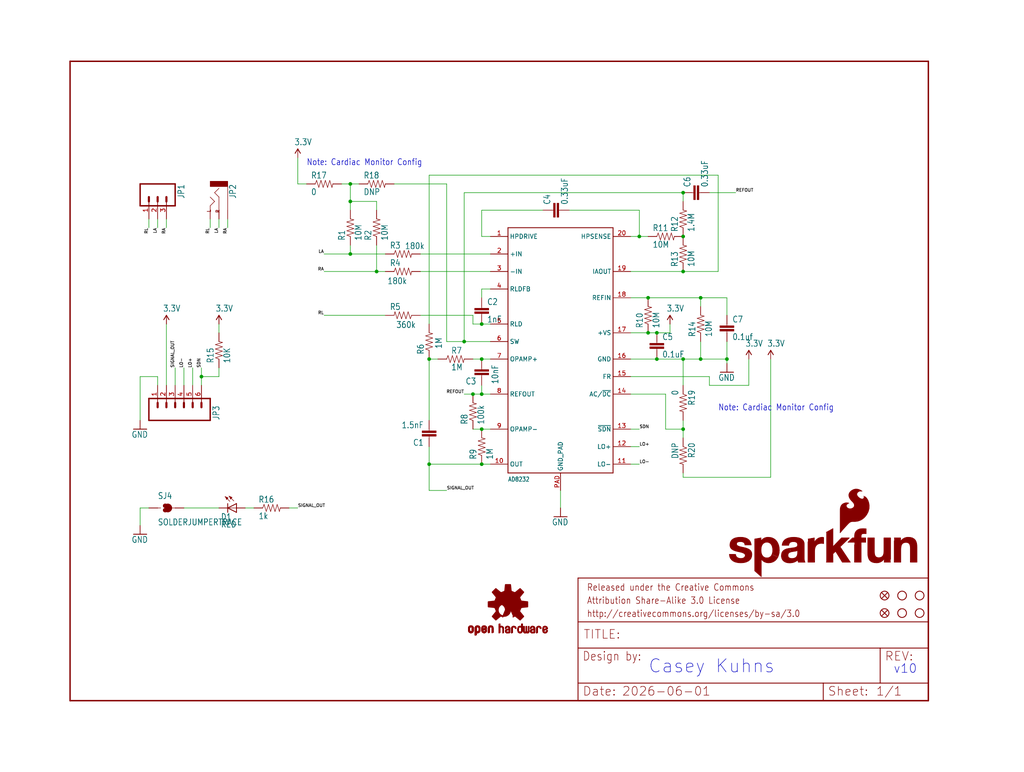
<source format=kicad_sch>
(kicad_sch (version 20230121) (generator eeschema)
  (paper "User" 297.002 223.926)
  (lib_symbols
    (symbol "working-eagle-import:0OHM1/10W5%(0603)"
      (property "Reference" "R" (at -3.81 1.4986 0))
      (symbol "0OHM1/10W5%(0603)_1_0"
        (pin passive line (at -5.08 0 0) (length 2.54) (name "1") (number "1"))
        (pin passive line (at 5.08 0 180) (length 2.54) (name "2") (number "2"))
      )
    )
    (symbol "working-eagle-import:10KOHM1/10W1%(0603)0603"
      (property "Reference" "R" (at -3.81 1.4986 0))
      (symbol "10KOHM1/10W1%(0603)0603_1_0"
        (pin passive line (at -5.08 0 0) (length 2.54) (name "1") (number "1"))
        (pin passive line (at 5.08 0 180) (length 2.54) (name "2") (number "2"))
      )
    )
    (symbol "working-eagle-import:1K-1%"
      (property "Reference" "R" (at -3.81 1.4986 0))
      (symbol "1K-1%_1_0"
        (pin passive line (at -5.08 0 0) (length 2.54) (name "1") (number "1"))
        (pin passive line (at 5.08 0 180) (length 2.54) (name "2") (number "2"))
      )
    )
    (symbol "working-eagle-import:3.3V" (power)
      (property "Value" "3.3V" (at -1.016 3.556 0))
      (symbol "3.3V_1_0"
        (pin power_in line (at 0 0 90) (length 2.54) (name "3.3V") (number "1"))
      )
    )
    (symbol "working-eagle-import:AD8232"
      (symbol "AD8232_1_0"
        (pin bidirectional line (at -20.32 40.64 0) (length 5.08) (name "HPDRIVE") (number "1"))
        (pin bidirectional line (at -20.32 -25.4 0) (length 5.08) (name "OUT") (number "10"))
        (pin bidirectional line (at 20.32 -25.4 180) (length 5.08) (name "LO-") (number "11"))
        (pin bidirectional line (at 20.32 -20.32 180) (length 5.08) (name "LO+") (number "12"))
        (pin bidirectional line (at 20.32 -15.24 180) (length 5.08) (name "~{SDN}") (number "13"))
        (pin bidirectional line (at 20.32 -5.08 180) (length 5.08) (name "AC/~{DC}") (number "14"))
        (pin bidirectional line (at 20.32 0 180) (length 5.08) (name "FR") (number "15"))
        (pin bidirectional line (at 20.32 5.08 180) (length 5.08) (name "GND") (number "16"))
        (pin bidirectional line (at 20.32 12.7 180) (length 5.08) (name "+VS") (number "17"))
        (pin bidirectional line (at 20.32 22.86 180) (length 5.08) (name "REFIN") (number "18"))
        (pin bidirectional line (at 20.32 30.48 180) (length 5.08) (name "IAOUT") (number "19"))
        (pin bidirectional line (at -20.32 35.56 0) (length 5.08) (name "+IN") (number "2"))
        (pin bidirectional line (at 20.32 40.64 180) (length 5.08) (name "HPSENSE") (number "20"))
        (pin bidirectional line (at -20.32 30.48 0) (length 5.08) (name "-IN") (number "3"))
        (pin bidirectional line (at -20.32 25.4 0) (length 5.08) (name "RLDFB") (number "4"))
        (pin bidirectional line (at -20.32 15.24 0) (length 5.08) (name "RLD") (number "5"))
        (pin bidirectional line (at -20.32 10.16 0) (length 5.08) (name "SW") (number "6"))
        (pin bidirectional line (at -20.32 5.08 0) (length 5.08) (name "OPAMP+") (number "7"))
        (pin bidirectional line (at -20.32 -5.08 0) (length 5.08) (name "REFOUT") (number "8"))
        (pin bidirectional line (at -20.32 -15.24 0) (length 5.08) (name "OPAMP-") (number "9"))
        (pin bidirectional line (at 0 -33.02 90) (length 5.08) (name "GND_PAD") (number "PAD"))
      )
    )
    (symbol "working-eagle-import:AUDIO-JACKSMD2"
      (property "Reference" "JP" (at -5.08 3.048 0))
      (symbol "AUDIO-JACKSMD2_1_0"
        (text "L" (at 2.286 -2.286 0) (effects (font (size 1.016 0.8636) (thickness 0.1727) bold) (justify left bottom)))
        (text "R" (at 2.286 0.254 0) (effects (font (size 1.016 0.8636) (thickness 0.1727) bold) (justify left bottom)))
        (pin bidirectional line (at 5.08 0 180) (length 2.54) (name "RIGHT") (number "RING"))
        (pin bidirectional line (at 5.08 2.54 180) (length 2.54) (name "SLEEVE") (number "SLEEVE"))
        (pin bidirectional line (at 5.08 -2.54 180) (length 2.54) (name "LEFT") (number "TIP"))
      )
    )
    (symbol "working-eagle-import:CAP0603-CAP"
      (property "Reference" "C" (at 1.524 2.921 0))
      (symbol "CAP0603-CAP_1_0"
        (pin passive line (at 0 5.08 270) (length 2.54) (name "1") (number "1"))
        (pin passive line (at 0 -2.54 90) (length 2.54) (name "2") (number "2"))
      )
    )
    (symbol "working-eagle-import:CAP0805"
      (property "Reference" "C" (at 1.524 2.921 0))
      (symbol "CAP0805_1_0"
        (pin passive line (at 0 5.08 270) (length 2.54) (name "1") (number "1"))
        (pin passive line (at 0 -2.54 90) (length 2.54) (name "2") (number "2"))
      )
    )
    (symbol "working-eagle-import:FIDUCIAL1X2")
    (symbol "working-eagle-import:FRAME-LETTER"
      (symbol "FRAME-LETTER_2_0"
        (text "${#}/${##}" (at 86.36 1.27 0) (effects (font (size 2.54 2.54)) (justify left bottom)))
        (text "${CURRENT_DATE}" (at 12.7 1.27 0) (effects (font (size 2.54 2.54)) (justify left bottom)))
        (text "${PROJECTNAME}" (at 15.494 17.78 0) (effects (font (size 2.7432 2.7432)) (justify left bottom)))
        (text "Attribution Share-Alike 3.0 License" (at 2.54 27.94 0) (effects (font (size 1.9304 1.6408)) (justify left bottom)))
        (text "Date:" (at 1.27 1.27 0) (effects (font (size 2.54 2.54)) (justify left bottom)))
        (text "Design by:" (at 1.27 11.43 0) (effects (font (size 2.54 2.159)) (justify left bottom)))
        (text "http://creativecommons.org/licenses/by-sa/3.0" (at 2.54 24.13 0) (effects (font (size 1.9304 1.6408)) (justify left bottom)))
        (text "Released under the Creative Commons" (at 2.54 31.75 0) (effects (font (size 1.9304 1.6408)) (justify left bottom)))
        (text "REV:" (at 88.9 11.43 0) (effects (font (size 2.54 2.54)) (justify left bottom)))
        (text "Sheet:" (at 72.39 1.27 0) (effects (font (size 2.54 2.54)) (justify left bottom)))
        (text "TITLE:" (at 1.524 17.78 0) (effects (font (size 2.54 2.54)) (justify left bottom)))
      )
    )
    (symbol "working-eagle-import:GND" (power)
      (property "Value" "GND" (at -2.54 -2.54 0))
      (symbol "GND_1_0"
        (pin power_in line (at 0 2.54 270) (length 2.54) (name "GND") (number "1"))
      )
    )
    (symbol "working-eagle-import:LED-RED0603"
      (property "Reference" "D" (at 3.556 -4.572 90))
      (symbol "LED-RED0603_1_0"
        (pin passive line (at 0 2.54 270) (length 2.54) (name "A") (number "A"))
        (pin passive line (at 0 -5.08 90) (length 2.54) (name "C") (number "C"))
      )
    )
    (symbol "working-eagle-import:M03PTH"
      (property "Reference" "JP" (at -2.54 5.842 0))
      (symbol "M03PTH_1_0"
        (pin passive line (at 7.62 -2.54 180) (length 5.08) (name "1") (number "1"))
        (pin passive line (at 7.62 0 180) (length 5.08) (name "2") (number "2"))
        (pin passive line (at 7.62 2.54 180) (length 5.08) (name "3") (number "3"))
      )
    )
    (symbol "working-eagle-import:M06SIP"
      (property "Reference" "JP" (at -5.08 10.922 0))
      (symbol "M06SIP_1_0"
        (pin passive line (at 5.08 -5.08 180) (length 5.08) (name "1") (number "1"))
        (pin passive line (at 5.08 -2.54 180) (length 5.08) (name "2") (number "2"))
        (pin passive line (at 5.08 0 180) (length 5.08) (name "3") (number "3"))
        (pin passive line (at 5.08 2.54 180) (length 5.08) (name "4") (number "4"))
        (pin passive line (at 5.08 5.08 180) (length 5.08) (name "5") (number "5"))
        (pin passive line (at 5.08 7.62 180) (length 5.08) (name "6") (number "6"))
      )
    )
    (symbol "working-eagle-import:OSHW-LOGOS")
    (symbol "working-eagle-import:RESISTOR0603-RES"
      (property "Reference" "R" (at -3.81 1.4986 0))
      (symbol "RESISTOR0603-RES_1_0"
        (pin passive line (at -5.08 0 0) (length 2.54) (name "1") (number "1"))
        (pin passive line (at 5.08 0 180) (length 2.54) (name "2") (number "2"))
      )
    )
    (symbol "working-eagle-import:SFE_LOGO_NAME_FLAME.1_INCH")
    (symbol "working-eagle-import:SOLDERJUMPERTRACE"
      (property "Reference" "SJ" (at -2.54 2.54 0))
      (symbol "SOLDERJUMPERTRACE_1_0"
        (pin passive line (at -5.08 0 0) (length 2.54) (name "1") (number "1"))
        (pin passive line (at 5.08 0 180) (length 2.54) (name "2") (number "2"))
      )
    )
    (symbol "working-eagle-import:STAND-OFF")
  )
  (junction (at 210.82 104.14))
  (junction (at 139.7 93.98))
  (junction (at 190.5 104.14))
  (junction (at 198.12 55.88))
  (junction (at 187.96 96.52))
  (junction (at 58.42 109.22))
  (junction (at 187.96 86.36))
  (junction (at 124.46 134.62))
  (junction (at 124.46 104.14))
  (junction (at 101.6 73.66))
  (junction (at 198.12 78.74))
  (junction (at 101.6 53.34))
  (junction (at 139.7 104.14))
  (junction (at 198.12 104.14))
  (junction (at 139.7 114.3))
  (junction (at 109.22 78.74))
  (junction (at 134.62 99.06))
  (junction (at 137.16 114.3))
  (junction (at 185.42 68.58))
  (junction (at 203.2 86.36))
  (junction (at 203.2 104.14))
  (junction (at 190.5 96.52))
  (junction (at 139.7 124.46))
  (junction (at 101.6 58.42))
  (junction (at 139.7 134.62))
  (junction (at 198.12 124.46))
  (junction (at 198.12 68.58))
  (wire (pts (xy 40.64 109.22) (xy 45.72 109.22)) (stroke (width 0.1524)))
  (wire (pts (xy 55.88 111.76) (xy 55.88 106.68)) (stroke (width 0.1524)))
  (wire (pts (xy 139.7 134.62) (xy 142.24 134.62)) (stroke (width 0.1524)))
  (wire (pts (xy 190.5 96.52) (xy 187.96 96.52)) (stroke (width 0.1524)))
  (wire (pts (xy 109.22 58.42) (xy 109.22 60.96)) (stroke (width 0.1524)))
  (wire (pts (xy 50.8 111.76) (xy 50.8 106.68)) (stroke (width 0.1524)))
  (wire (pts (xy 71.12 147.32) (xy 73.66 147.32)) (stroke (width 0.1524)))
  (wire (pts (xy 210.82 86.36) (xy 210.82 91.44)) (stroke (width 0.1524)))
  (wire (pts (xy 40.64 152.4) (xy 40.64 147.32)) (stroke (width 0.1524)))
  (wire (pts (xy 139.7 124.46) (xy 142.24 124.46)) (stroke (width 0.1524)))
  (wire (pts (xy 129.54 53.34) (xy 129.54 99.06)) (stroke (width 0.1524)))
  (wire (pts (xy 63.5 93.98) (xy 63.5 96.52)) (stroke (width 0.1524)))
  (wire (pts (xy 124.46 142.24) (xy 129.54 142.24)) (stroke (width 0.1524)))
  (wire (pts (xy 124.46 121.92) (xy 124.46 104.14)) (stroke (width 0.1524)))
  (wire (pts (xy 198.12 138.43) (xy 223.52 138.43)) (stroke (width 0.1524)))
  (wire (pts (xy 187.96 86.36) (xy 182.88 86.36)) (stroke (width 0.1524)))
  (wire (pts (xy 210.82 104.14) (xy 210.82 105.41)) (stroke (width 0.1524)))
  (wire (pts (xy 86.36 147.32) (xy 83.82 147.32)) (stroke (width 0.1524)))
  (wire (pts (xy 165.1 60.96) (xy 185.42 60.96)) (stroke (width 0.1524)))
  (wire (pts (xy 137.16 114.3) (xy 139.7 114.3)) (stroke (width 0.1524)))
  (wire (pts (xy 190.5 104.14) (xy 198.12 104.14)) (stroke (width 0.1524)))
  (wire (pts (xy 101.6 53.34) (xy 99.06 53.34)) (stroke (width 0.1524)))
  (wire (pts (xy 58.42 109.22) (xy 63.5 109.22)) (stroke (width 0.1524)))
  (wire (pts (xy 203.2 99.06) (xy 203.2 104.14)) (stroke (width 0.1524)))
  (wire (pts (xy 182.88 114.3) (xy 193.04 114.3)) (stroke (width 0.1524)))
  (wire (pts (xy 63.5 109.22) (xy 63.5 106.68)) (stroke (width 0.1524)))
  (wire (pts (xy 134.62 99.06) (xy 134.62 55.88)) (stroke (width 0.1524)))
  (wire (pts (xy 134.62 55.88) (xy 198.12 55.88)) (stroke (width 0.1524)))
  (wire (pts (xy 139.7 114.3) (xy 139.7 111.76)) (stroke (width 0.1524)))
  (wire (pts (xy 198.12 104.14) (xy 203.2 104.14)) (stroke (width 0.1524)))
  (wire (pts (xy 203.2 86.36) (xy 210.82 86.36)) (stroke (width 0.1524)))
  (wire (pts (xy 45.72 63.5) (xy 45.72 66.04)) (stroke (width 0.1524)))
  (wire (pts (xy 182.88 129.54) (xy 185.42 129.54)) (stroke (width 0.1524)))
  (wire (pts (xy 193.04 124.46) (xy 198.12 124.46)) (stroke (width 0.1524)))
  (wire (pts (xy 101.6 58.42) (xy 101.6 53.34)) (stroke (width 0.1524)))
  (wire (pts (xy 182.88 124.46) (xy 185.42 124.46)) (stroke (width 0.1524)))
  (wire (pts (xy 182.88 78.74) (xy 198.12 78.74)) (stroke (width 0.1524)))
  (wire (pts (xy 205.74 109.22) (xy 205.74 111.76)) (stroke (width 0.1524)))
  (wire (pts (xy 86.36 45.72) (xy 86.36 53.34)) (stroke (width 0.1524)))
  (wire (pts (xy 142.24 93.98) (xy 139.7 93.98)) (stroke (width 0.1524)))
  (wire (pts (xy 185.42 68.58) (xy 182.88 68.58)) (stroke (width 0.1524)))
  (wire (pts (xy 210.82 99.06) (xy 210.82 104.14)) (stroke (width 0.1524)))
  (wire (pts (xy 111.76 91.44) (xy 93.98 91.44)) (stroke (width 0.1524)))
  (wire (pts (xy 198.12 111.76) (xy 198.12 104.14)) (stroke (width 0.1524)))
  (wire (pts (xy 111.76 78.74) (xy 109.22 78.74)) (stroke (width 0.1524)))
  (wire (pts (xy 63.5 147.32) (xy 53.34 147.32)) (stroke (width 0.1524)))
  (wire (pts (xy 142.24 68.58) (xy 139.7 68.58)) (stroke (width 0.1524)))
  (wire (pts (xy 139.7 134.62) (xy 124.46 134.62)) (stroke (width 0.1524)))
  (wire (pts (xy 124.46 50.8) (xy 208.28 50.8)) (stroke (width 0.1524)))
  (wire (pts (xy 137.16 93.98) (xy 137.16 91.44)) (stroke (width 0.1524)))
  (wire (pts (xy 124.46 134.62) (xy 124.46 129.54)) (stroke (width 0.1524)))
  (wire (pts (xy 223.52 138.43) (xy 223.52 104.14)) (stroke (width 0.1524)))
  (wire (pts (xy 109.22 71.12) (xy 109.22 78.74)) (stroke (width 0.1524)))
  (wire (pts (xy 124.46 104.14) (xy 127 104.14)) (stroke (width 0.1524)))
  (wire (pts (xy 139.7 83.82) (xy 142.24 83.82)) (stroke (width 0.1524)))
  (wire (pts (xy 53.34 111.76) (xy 53.34 106.68)) (stroke (width 0.1524)))
  (wire (pts (xy 45.72 111.76) (xy 45.72 109.22)) (stroke (width 0.1524)))
  (wire (pts (xy 121.92 73.66) (xy 142.24 73.66)) (stroke (width 0.1524)))
  (wire (pts (xy 109.22 78.74) (xy 93.98 78.74)) (stroke (width 0.1524)))
  (wire (pts (xy 203.2 104.14) (xy 210.82 104.14)) (stroke (width 0.1524)))
  (wire (pts (xy 182.88 109.22) (xy 205.74 109.22)) (stroke (width 0.1524)))
  (wire (pts (xy 86.36 53.34) (xy 88.9 53.34)) (stroke (width 0.1524)))
  (wire (pts (xy 198.12 124.46) (xy 198.12 121.92)) (stroke (width 0.1524)))
  (wire (pts (xy 185.42 60.96) (xy 185.42 68.58)) (stroke (width 0.1524)))
  (wire (pts (xy 194.31 96.52) (xy 194.31 93.98)) (stroke (width 0.1524)))
  (wire (pts (xy 139.7 104.14) (xy 142.24 104.14)) (stroke (width 0.1524)))
  (wire (pts (xy 48.26 93.98) (xy 48.26 111.76)) (stroke (width 0.1524)))
  (wire (pts (xy 205.74 111.76) (xy 217.17 111.76)) (stroke (width 0.1524)))
  (wire (pts (xy 139.7 93.98) (xy 137.16 93.98)) (stroke (width 0.1524)))
  (wire (pts (xy 208.28 50.8) (xy 208.28 78.74)) (stroke (width 0.1524)))
  (wire (pts (xy 142.24 99.06) (xy 134.62 99.06)) (stroke (width 0.1524)))
  (wire (pts (xy 198.12 55.88) (xy 198.12 58.42)) (stroke (width 0.1524)))
  (wire (pts (xy 139.7 60.96) (xy 157.48 60.96)) (stroke (width 0.1524)))
  (wire (pts (xy 101.6 60.96) (xy 101.6 58.42)) (stroke (width 0.1524)))
  (wire (pts (xy 60.96 63.5) (xy 60.96 66.04)) (stroke (width 0.1524)))
  (wire (pts (xy 182.88 104.14) (xy 190.5 104.14)) (stroke (width 0.1524)))
  (wire (pts (xy 139.7 68.58) (xy 139.7 60.96)) (stroke (width 0.1524)))
  (wire (pts (xy 63.5 63.5) (xy 63.5 66.04)) (stroke (width 0.1524)))
  (wire (pts (xy 217.17 111.76) (xy 217.17 104.14)) (stroke (width 0.1524)))
  (wire (pts (xy 190.5 96.52) (xy 194.31 96.52)) (stroke (width 0.1524)))
  (wire (pts (xy 58.42 109.22) (xy 58.42 106.68)) (stroke (width 0.1524)))
  (wire (pts (xy 187.96 96.52) (xy 182.88 96.52)) (stroke (width 0.1524)))
  (wire (pts (xy 137.16 114.3) (xy 134.62 114.3)) (stroke (width 0.1524)))
  (wire (pts (xy 193.04 114.3) (xy 193.04 124.46)) (stroke (width 0.1524)))
  (wire (pts (xy 124.46 134.62) (xy 124.46 142.24)) (stroke (width 0.1524)))
  (wire (pts (xy 48.26 63.5) (xy 48.26 66.04)) (stroke (width 0.1524)))
  (wire (pts (xy 198.12 137.16) (xy 198.12 138.43)) (stroke (width 0.1524)))
  (wire (pts (xy 205.74 55.88) (xy 213.36 55.88)) (stroke (width 0.1524)))
  (wire (pts (xy 162.56 147.32) (xy 162.56 142.24)) (stroke (width 0.1524)))
  (wire (pts (xy 66.04 63.5) (xy 66.04 66.04)) (stroke (width 0.1524)))
  (wire (pts (xy 104.14 53.34) (xy 101.6 53.34)) (stroke (width 0.1524)))
  (wire (pts (xy 124.46 93.98) (xy 124.46 50.8)) (stroke (width 0.1524)))
  (wire (pts (xy 114.3 53.34) (xy 129.54 53.34)) (stroke (width 0.1524)))
  (wire (pts (xy 198.12 127) (xy 198.12 124.46)) (stroke (width 0.1524)))
  (wire (pts (xy 208.28 78.74) (xy 198.12 78.74)) (stroke (width 0.1524)))
  (wire (pts (xy 187.96 86.36) (xy 203.2 86.36)) (stroke (width 0.1524)))
  (wire (pts (xy 182.88 134.62) (xy 185.42 134.62)) (stroke (width 0.1524)))
  (wire (pts (xy 40.64 147.32) (xy 43.18 147.32)) (stroke (width 0.1524)))
  (wire (pts (xy 187.96 68.58) (xy 185.42 68.58)) (stroke (width 0.1524)))
  (wire (pts (xy 137.16 124.46) (xy 139.7 124.46)) (stroke (width 0.1524)))
  (wire (pts (xy 101.6 73.66) (xy 93.98 73.66)) (stroke (width 0.1524)))
  (wire (pts (xy 58.42 111.76) (xy 58.42 109.22)) (stroke (width 0.1524)))
  (wire (pts (xy 139.7 86.36) (xy 139.7 83.82)) (stroke (width 0.1524)))
  (wire (pts (xy 121.92 78.74) (xy 142.24 78.74)) (stroke (width 0.1524)))
  (wire (pts (xy 40.64 121.92) (xy 40.64 109.22)) (stroke (width 0.1524)))
  (wire (pts (xy 137.16 104.14) (xy 139.7 104.14)) (stroke (width 0.1524)))
  (wire (pts (xy 43.18 63.5) (xy 43.18 66.04)) (stroke (width 0.1524)))
  (wire (pts (xy 111.76 73.66) (xy 101.6 73.66)) (stroke (width 0.1524)))
  (wire (pts (xy 101.6 71.12) (xy 101.6 73.66)) (stroke (width 0.1524)))
  (wire (pts (xy 203.2 86.36) (xy 203.2 88.9)) (stroke (width 0.1524)))
  (wire (pts (xy 129.54 99.06) (xy 134.62 99.06)) (stroke (width 0.1524)))
  (wire (pts (xy 101.6 58.42) (xy 109.22 58.42)) (stroke (width 0.1524)))
  (wire (pts (xy 139.7 114.3) (xy 142.24 114.3)) (stroke (width 0.1524)))
  (wire (pts (xy 137.16 91.44) (xy 121.92 91.44)) (stroke (width 0.1524)))
  (text "v10" (at 259.08 195.58 0) (effects (font (size 2.54 2.54)) (justify left bottom)))
  (text "Casey Kuhns" (at 187.96 195.58 0) (effects (font (size 3.81 3.81)) (justify left bottom)))
  (text "Note: Cardiac Monitor Config" (at 88.9 48.26 0) (effects (font (size 1.778 1.5113)) (justify left bottom)))
  (text "Note: Cardiac Monitor Config" (at 208.28 119.38 0) (effects (font (size 1.778 1.5113)) (justify left bottom)))
  (label "SIGNAL_OUT" (at 86.36 147.32 0) (effects (font (size 0.889 0.889))))
  (label "RL" (at 60.96 66.04 270) (effects (font (size 0.889 0.889))))
  (label "LO+" (at 185.42 129.54 0) (effects (font (size 0.889 0.889))))
  (label "LA" (at 63.5 66.04 270) (effects (font (size 0.889 0.889))))
  (label "SDN" (at 58.42 106.68 90) (effects (font (size 0.889 0.889))))
  (label "SDN" (at 185.42 124.46 0) (effects (font (size 0.889 0.889))))
  (label "RL" (at 93.98 91.44 180) (effects (font (size 0.889 0.889))))
  (label "RL" (at 43.18 66.04 270) (effects (font (size 0.889 0.889))))
  (label "LO-" (at 53.34 106.68 90) (effects (font (size 0.889 0.889))))
  (label "SIGNAL_OUT" (at 129.54 142.24 0) (effects (font (size 0.889 0.889))))
  (label "REFOUT" (at 134.62 114.3 180) (effects (font (size 0.889 0.889))))
  (label "SIGNAL_OUT" (at 50.8 106.68 90) (effects (font (size 0.889 0.889))))
  (label "RA" (at 93.98 78.74 180) (effects (font (size 0.889 0.889))))
  (label "RA" (at 66.04 66.04 270) (effects (font (size 0.889 0.889))))
  (label "LA" (at 93.98 73.66 180) (effects (font (size 0.889 0.889))))
  (label "RA" (at 48.26 66.04 270) (effects (font (size 0.889 0.889))))
  (label "LO+" (at 55.88 106.68 90) (effects (font (size 0.889 0.889))))
  (label "LO-" (at 185.42 134.62 0) (effects (font (size 0.889 0.889))))
  (label "REFOUT" (at 213.36 55.88 0) (effects (font (size 0.889 0.889))))
  (label "LA" (at 45.72 66.04 270) (effects (font (size 0.889 0.889))))
  (symbol (lib_id "working-eagle-import:STAND-OFF") (at 261.62 172.72 0) (unit 1)
    (property "Reference" "STANDOFF1" (effects hide))
    (property "Value" "STAND-OFF" (effects hide))
    (property "Footprint" "working:STAND-OFF" (effects hide))
  )
  (symbol (lib_id "working-eagle-import:0OHM1/10W5%(0603)") (at 198.12 132.08 270) (unit 1)
    (property "Reference" "R20" (at 199.6186 128.27 0) (effects (font (size 1.778 1.5113)) (justify left bottom)))
    (property "Value" "DNP" (at 194.818 128.27 0) (effects (font (size 1.778 1.5113)) (justify left bottom)))
    (property "Footprint" "working:0603" (effects hide))
  )
  (symbol (lib_id "working-eagle-import:RESISTOR0603-RES") (at 116.84 91.44 180) (unit 1)
    (property "Reference" "R5" (at 113.03 89.9414 0) (effects (font (size 1.778 1.5113)) (justify right top)))
    (property "Value" "360k" (at 120.65 93.218 0) (effects (font (size 1.778 1.5113)) (justify left bottom)))
    (property "Footprint" "working:0603-RES" (effects hide))
  )
  (symbol (lib_id "working-eagle-import:0OHM1/10W5%(0603)") (at 93.98 53.34 0) (unit 1)
    (property "Reference" "R17" (at 90.17 51.8414 0) (effects (font (size 1.778 1.5113)) (justify left bottom)))
    (property "Value" "0" (at 90.17 56.642 0) (effects (font (size 1.778 1.5113)) (justify left bottom)))
    (property "Footprint" "working:0603" (effects hide))
  )
  (symbol (lib_id "working-eagle-import:0OHM1/10W5%(0603)") (at 109.22 53.34 0) (unit 1)
    (property "Reference" "R18" (at 105.41 51.8414 0) (effects (font (size 1.778 1.5113)) (justify left bottom)))
    (property "Value" "DNP" (at 105.41 56.642 0) (effects (font (size 1.778 1.5113)) (justify left bottom)))
    (property "Footprint" "working:0603" (effects hide))
  )
  (symbol (lib_id "working-eagle-import:RESISTOR0603-RES") (at 137.16 119.38 90) (unit 1)
    (property "Reference" "R8" (at 135.6614 123.19 0) (effects (font (size 1.778 1.5113)) (justify left bottom)))
    (property "Value" "100k" (at 140.462 123.19 0) (effects (font (size 1.778 1.5113)) (justify left bottom)))
    (property "Footprint" "working:0603-RES" (effects hide))
  )
  (symbol (lib_id "working-eagle-import:3.3V") (at 194.31 93.98 0) (unit 1)
    (property "Reference" "#SUPPLY1" (effects hide))
    (property "Value" "3.3V" (at 193.294 90.424 0) (effects (font (size 1.778 1.5113)) (justify left bottom)))
  )
  (symbol (lib_id "working-eagle-import:M06SIP") (at 50.8 116.84 270) (mirror x) (unit 1)
    (property "Reference" "JP3" (at 61.722 121.92 0) (effects (font (size 1.778 1.5113)) (justify left bottom)))
    (property "Value" "M06SIP" (effects hide))
    (property "Footprint" "working:1X06" (effects hide))
  )
  (symbol (lib_id "working-eagle-import:GND") (at 40.64 124.46 0) (unit 1)
    (property "Reference" "#GND3" (effects hide))
    (property "Value" "GND" (at 38.1 127 0) (effects (font (size 1.778 1.5113)) (justify left bottom)))
  )
  (symbol (lib_id "working-eagle-import:FIDUCIAL1X2") (at 256.54 177.8 0) (unit 1)
    (property "Reference" "FID2" (effects hide))
    (property "Value" "FIDUCIAL1X2" (effects hide))
    (property "Footprint" "working:FIDUCIAL-1X2" (effects hide))
  )
  (symbol (lib_id "working-eagle-import:CAP0805") (at 162.56 60.96 90) (unit 1)
    (property "Reference" "C4" (at 159.639 59.436 0) (effects (font (size 1.778 1.5113)) (justify left bottom)))
    (property "Value" "0.33uF" (at 164.719 59.436 0) (effects (font (size 1.778 1.5113)) (justify left bottom)))
    (property "Footprint" "working:0805" (effects hide))
  )
  (symbol (lib_id "working-eagle-import:3.3V") (at 86.36 45.72 0) (unit 1)
    (property "Reference" "#SUPPLY2" (effects hide))
    (property "Value" "3.3V" (at 85.344 42.164 0) (effects (font (size 1.778 1.5113)) (justify left bottom)))
  )
  (symbol (lib_id "working-eagle-import:3.3V") (at 223.52 104.14 0) (unit 1)
    (property "Reference" "#SUPPLY4" (effects hide))
    (property "Value" "3.3V" (at 222.504 100.584 0) (effects (font (size 1.778 1.5113)) (justify left bottom)))
  )
  (symbol (lib_id "working-eagle-import:RESISTOR0603-RES") (at 193.04 68.58 0) (unit 1)
    (property "Reference" "R11" (at 189.23 67.0814 0) (effects (font (size 1.778 1.5113)) (justify left bottom)))
    (property "Value" "10M" (at 189.23 71.882 0) (effects (font (size 1.778 1.5113)) (justify left bottom)))
    (property "Footprint" "working:0603-RES" (effects hide))
  )
  (symbol (lib_id "working-eagle-import:1K-1%") (at 78.74 147.32 0) (unit 1)
    (property "Reference" "R16" (at 74.93 145.8214 0) (effects (font (size 1.778 1.5113)) (justify left bottom)))
    (property "Value" "1k" (at 74.93 150.622 0) (effects (font (size 1.778 1.5113)) (justify left bottom)))
    (property "Footprint" "working:0603-RES" (effects hide))
  )
  (symbol (lib_id "working-eagle-import:RESISTOR0603-RES") (at 198.12 63.5 90) (unit 1)
    (property "Reference" "R12" (at 196.6214 67.31 0) (effects (font (size 1.778 1.5113)) (justify left bottom)))
    (property "Value" "1.4M" (at 201.422 67.31 0) (effects (font (size 1.778 1.5113)) (justify left bottom)))
    (property "Footprint" "working:0603-RES" (effects hide))
  )
  (symbol (lib_id "working-eagle-import:STAND-OFF") (at 266.7 172.72 0) (unit 1)
    (property "Reference" "STANDOFF3" (effects hide))
    (property "Value" "STAND-OFF" (effects hide))
    (property "Footprint" "working:STAND-OFF" (effects hide))
  )
  (symbol (lib_id "working-eagle-import:RESISTOR0603-RES") (at 198.12 73.66 90) (unit 1)
    (property "Reference" "R13" (at 196.6214 77.47 0) (effects (font (size 1.778 1.5113)) (justify left bottom)))
    (property "Value" "10M" (at 201.422 77.47 0) (effects (font (size 1.778 1.5113)) (justify left bottom)))
    (property "Footprint" "working:0603-RES" (effects hide))
  )
  (symbol (lib_id "working-eagle-import:0OHM1/10W5%(0603)") (at 198.12 116.84 270) (unit 1)
    (property "Reference" "R19" (at 199.6186 113.03 0) (effects (font (size 1.778 1.5113)) (justify left bottom)))
    (property "Value" "0" (at 194.818 113.03 0) (effects (font (size 1.778 1.5113)) (justify left bottom)))
    (property "Footprint" "working:0603" (effects hide))
  )
  (symbol (lib_id "working-eagle-import:LED-RED0603") (at 68.58 147.32 270) (unit 1)
    (property "Reference" "D1" (at 64.008 150.876 90) (effects (font (size 1.778 1.5113)) (justify left bottom)))
    (property "Value" "RED" (at 64.008 153.035 90) (effects (font (size 1.778 1.5113)) (justify left bottom)))
    (property "Footprint" "working:LED-0603" (effects hide))
  )
  (symbol (lib_id "working-eagle-import:STAND-OFF") (at 261.62 177.8 0) (unit 1)
    (property "Reference" "STANDOFF2" (effects hide))
    (property "Value" "STAND-OFF" (effects hide))
    (property "Footprint" "working:STAND-OFF" (effects hide))
  )
  (symbol (lib_id "working-eagle-import:3.3V") (at 217.17 104.14 0) (unit 1)
    (property "Reference" "#SUPPLY3" (effects hide))
    (property "Value" "3.3V" (at 216.154 100.584 0) (effects (font (size 1.778 1.5113)) (justify left bottom)))
  )
  (symbol (lib_id "working-eagle-import:OSHW-LOGOS") (at 147.32 175.26 0) (unit 1)
    (property "Reference" "LOGO1" (effects hide))
    (property "Value" "OSHW-LOGOS" (effects hide))
    (property "Footprint" "working:OSHW-LOGO-S" (effects hide))
  )
  (symbol (lib_id "working-eagle-import:RESISTOR0603-RES") (at 124.46 99.06 90) (unit 1)
    (property "Reference" "R6" (at 122.9614 102.87 0) (effects (font (size 1.778 1.5113)) (justify left bottom)))
    (property "Value" "1M" (at 126.238 97.79 0) (effects (font (size 1.778 1.5113)) (justify right top)))
    (property "Footprint" "working:0603-RES" (effects hide))
  )
  (symbol (lib_id "working-eagle-import:RESISTOR0603-RES") (at 109.22 66.04 90) (unit 1)
    (property "Reference" "R2" (at 107.7214 69.85 0) (effects (font (size 1.778 1.5113)) (justify left bottom)))
    (property "Value" "10M" (at 112.522 69.85 0) (effects (font (size 1.778 1.5113)) (justify left bottom)))
    (property "Footprint" "working:0603-RES" (effects hide))
  )
  (symbol (lib_id "working-eagle-import:FRAME-LETTER") (at 167.64 203.2 0) (unit 2)
    (property "Reference" "FRAME1" (effects hide))
    (property "Value" "FRAME-LETTER" (effects hide))
    (property "Footprint" "working:CREATIVE_COMMONS" (effects hide))
  )
  (symbol (lib_id "working-eagle-import:RESISTOR0603-RES") (at 132.08 104.14 0) (unit 1)
    (property "Reference" "R7" (at 130.81 102.6414 0) (effects (font (size 1.778 1.5113)) (justify left bottom)))
    (property "Value" "1M" (at 130.81 107.442 0) (effects (font (size 1.778 1.5113)) (justify left bottom)))
    (property "Footprint" "working:0603-RES" (effects hide))
  )
  (symbol (lib_id "working-eagle-import:RESISTOR0603-RES") (at 101.6 66.04 90) (unit 1)
    (property "Reference" "R1" (at 100.1014 69.85 0) (effects (font (size 1.778 1.5113)) (justify left bottom)))
    (property "Value" "10M" (at 104.902 69.85 0) (effects (font (size 1.778 1.5113)) (justify left bottom)))
    (property "Footprint" "working:0603-RES" (effects hide))
  )
  (symbol (lib_id "working-eagle-import:SFE_LOGO_NAME_FLAME.1_INCH") (at 210.82 167.64 0) (unit 1)
    (property "Reference" "LOGO2" (effects hide))
    (property "Value" "SFE_LOGO_NAME_FLAME.1_INCH" (effects hide))
    (property "Footprint" "working:SFE_LOGO_NAME_FLAME_.1" (effects hide))
  )
  (symbol (lib_id "working-eagle-import:CAP0603-CAP") (at 124.46 124.46 180) (unit 1)
    (property "Reference" "C1" (at 122.936 127.381 0) (effects (font (size 1.778 1.5113)) (justify left bottom)))
    (property "Value" "1.5nF" (at 122.936 122.301 0) (effects (font (size 1.778 1.5113)) (justify left bottom)))
    (property "Footprint" "working:0603-CAP" (effects hide))
  )
  (symbol (lib_id "working-eagle-import:STAND-OFF") (at 266.7 177.8 0) (unit 1)
    (property "Reference" "STANDOFF4" (effects hide))
    (property "Value" "STAND-OFF" (effects hide))
    (property "Footprint" "working:STAND-OFF" (effects hide))
  )
  (symbol (lib_id "working-eagle-import:3.3V") (at 63.5 93.98 0) (unit 1)
    (property "Reference" "#SUPPLY6" (effects hide))
    (property "Value" "3.3V" (at 62.484 90.424 0) (effects (font (size 1.778 1.5113)) (justify left bottom)))
  )
  (symbol (lib_id "working-eagle-import:CAP0603-CAP") (at 139.7 91.44 0) (unit 1)
    (property "Reference" "C2" (at 141.224 88.519 0) (effects (font (size 1.778 1.5113)) (justify left bottom)))
    (property "Value" "1nF" (at 141.224 93.599 0) (effects (font (size 1.778 1.5113)) (justify left bottom)))
    (property "Footprint" "working:0603-CAP" (effects hide))
  )
  (symbol (lib_id "working-eagle-import:GND") (at 210.82 107.95 0) (unit 1)
    (property "Reference" "#GND2" (effects hide))
    (property "Value" "GND" (at 208.28 110.49 0) (effects (font (size 1.778 1.5113)) (justify left bottom)))
  )
  (symbol (lib_id "working-eagle-import:SOLDERJUMPERTRACE") (at 48.26 147.32 0) (unit 1)
    (property "Reference" "SJ4" (at 45.72 144.78 0) (effects (font (size 1.778 1.5113)) (justify left bottom)))
    (property "Value" "SOLDERJUMPERTRACE" (at 45.72 152.4 0) (effects (font (size 1.778 1.5113)) (justify left bottom)))
    (property "Footprint" "working:SJ_2S-TRACE" (effects hide))
  )
  (symbol (lib_id "working-eagle-import:GND") (at 40.64 154.94 0) (unit 1)
    (property "Reference" "#GND4" (effects hide))
    (property "Value" "GND" (at 38.1 157.48 0) (effects (font (size 1.778 1.5113)) (justify left bottom)))
  )
  (symbol (lib_id "working-eagle-import:RESISTOR0603-RES") (at 187.96 91.44 90) (unit 1)
    (property "Reference" "R10" (at 186.4614 95.25 0) (effects (font (size 1.778 1.5113)) (justify left bottom)))
    (property "Value" "10M" (at 191.262 95.25 0) (effects (font (size 1.778 1.5113)) (justify left bottom)))
    (property "Footprint" "working:0603-RES" (effects hide))
  )
  (symbol (lib_id "working-eagle-import:CAP0603-CAP") (at 210.82 96.52 0) (unit 1)
    (property "Reference" "C7" (at 212.344 93.599 0) (effects (font (size 1.778 1.5113)) (justify left bottom)))
    (property "Value" "0.1uf" (at 212.344 98.679 0) (effects (font (size 1.778 1.5113)) (justify left bottom)))
    (property "Footprint" "working:0603-CAP" (effects hide))
  )
  (symbol (lib_id "working-eagle-import:M03PTH") (at 45.72 55.88 270) (unit 1)
    (property "Reference" "JP1" (at 51.562 53.34 0) (effects (font (size 1.778 1.5113)) (justify left bottom)))
    (property "Value" "M03PTH" (effects hide))
    (property "Footprint" "working:1X03" (effects hide))
  )
  (symbol (lib_id "working-eagle-import:RESISTOR0603-RES") (at 203.2 93.98 90) (unit 1)
    (property "Reference" "R14" (at 201.7014 97.79 0) (effects (font (size 1.778 1.5113)) (justify left bottom)))
    (property "Value" "10M" (at 206.502 97.79 0) (effects (font (size 1.778 1.5113)) (justify left bottom)))
    (property "Footprint" "working:0603-RES" (effects hide))
  )
  (symbol (lib_id "working-eagle-import:10KOHM1/10W1%(0603)0603") (at 63.5 101.6 90) (unit 1)
    (property "Reference" "R15" (at 62.0014 105.41 0) (effects (font (size 1.778 1.5113)) (justify left bottom)))
    (property "Value" "10K" (at 66.802 105.41 0) (effects (font (size 1.778 1.5113)) (justify left bottom)))
    (property "Footprint" "working:0603-RES" (effects hide))
  )
  (symbol (lib_id "working-eagle-import:RESISTOR0603-RES") (at 139.7 129.54 90) (unit 1)
    (property "Reference" "R9" (at 138.2014 133.35 0) (effects (font (size 1.778 1.5113)) (justify left bottom)))
    (property "Value" "1M" (at 143.002 133.35 0) (effects (font (size 1.778 1.5113)) (justify left bottom)))
    (property "Footprint" "working:0603-RES" (effects hide))
  )
  (symbol (lib_id "working-eagle-import:RESISTOR0603-RES") (at 116.84 78.74 0) (unit 1)
    (property "Reference" "R4" (at 113.03 77.2414 0) (effects (font (size 1.778 1.5113)) (justify left bottom)))
    (property "Value" "180k" (at 118.11 80.518 0) (effects (font (size 1.778 1.5113)) (justify right top)))
    (property "Footprint" "working:0603-RES" (effects hide))
  )
  (symbol (lib_id "working-eagle-import:AUDIO-JACKSMD2") (at 63.5 58.42 270) (unit 1)
    (property "Reference" "JP2" (at 66.548 53.34 0) (effects (font (size 1.778 1.5113)) (justify left bottom)))
    (property "Value" "AUDIO-JACKSMD2" (effects hide))
    (property "Footprint" "working:AUDIO-JACK-3.5MM-SMD" (effects hide))
  )
  (symbol (lib_id "working-eagle-import:FRAME-LETTER") (at 20.32 203.2 0) (unit 1)
    (property "Reference" "FRAME1" (effects hide))
    (property "Value" "FRAME-LETTER" (effects hide))
    (property "Footprint" "working:CREATIVE_COMMONS" (effects hide))
  )
  (symbol (lib_id "working-eagle-import:3.3V") (at 48.26 93.98 0) (unit 1)
    (property "Reference" "#SUPPLY5" (effects hide))
    (property "Value" "3.3V" (at 47.244 90.424 0) (effects (font (size 1.778 1.5113)) (justify left bottom)))
  )
  (symbol (lib_id "working-eagle-import:FIDUCIAL1X2") (at 256.54 172.72 0) (unit 1)
    (property "Reference" "FID1" (effects hide))
    (property "Value" "FIDUCIAL1X2" (effects hide))
    (property "Footprint" "working:FIDUCIAL-1X2" (effects hide))
  )
  (symbol (lib_id "working-eagle-import:GND") (at 162.56 149.86 0) (unit 1)
    (property "Reference" "#GND1" (effects hide))
    (property "Value" "GND" (at 160.02 152.4 0) (effects (font (size 1.778 1.5113)) (justify left bottom)))
  )
  (symbol (lib_id "working-eagle-import:CAP0603-CAP") (at 190.5 101.6 0) (unit 1)
    (property "Reference" "C5" (at 192.024 98.679 0) (effects (font (size 1.778 1.5113)) (justify left bottom)))
    (property "Value" "0.1uF" (at 192.024 103.759 0) (effects (font (size 1.778 1.5113)) (justify left bottom)))
    (property "Footprint" "working:0603-CAP" (effects hide))
  )
  (symbol (lib_id "working-eagle-import:CAP0603-CAP") (at 139.7 106.68 180) (unit 1)
    (property "Reference" "C3" (at 138.176 109.601 0) (effects (font (size 1.778 1.5113)) (justify left bottom)))
    (property "Value" "10nF" (at 142.621 105.664 90) (effects (font (size 1.778 1.5113)) (justify left bottom)))
    (property "Footprint" "working:0603-CAP" (effects hide))
  )
  (symbol (lib_id "working-eagle-import:CAP0805") (at 203.2 55.88 90) (unit 1)
    (property "Reference" "C6" (at 200.279 54.356 0) (effects (font (size 1.778 1.5113)) (justify left bottom)))
    (property "Value" "0.33uF" (at 205.359 54.356 0) (effects (font (size 1.778 1.5113)) (justify left bottom)))
    (property "Footprint" "working:0805" (effects hide))
  )
  (symbol (lib_id "working-eagle-import:AD8232") (at 162.56 109.22 0) (unit 1)
    (property "Reference" "U1" (effects hide))
    (property "Value" "AD8232" (at 147.32 139.7 0) (effects (font (size 1.27 1.0795)) (justify left bottom)))
    (property "Footprint" "working:LFCSP_20" (effects hide))
  )
  (symbol (lib_id "working-eagle-import:RESISTOR0603-RES") (at 116.84 73.66 0) (unit 1)
    (property "Reference" "R3" (at 113.03 72.1614 0) (effects (font (size 1.778 1.5113)) (justify left bottom)))
    (property "Value" "180k" (at 123.19 70.358 0) (effects (font (size 1.778 1.5113)) (justify right top)))
    (property "Footprint" "working:0603-RES" (effects hide))
  )
)
</source>
